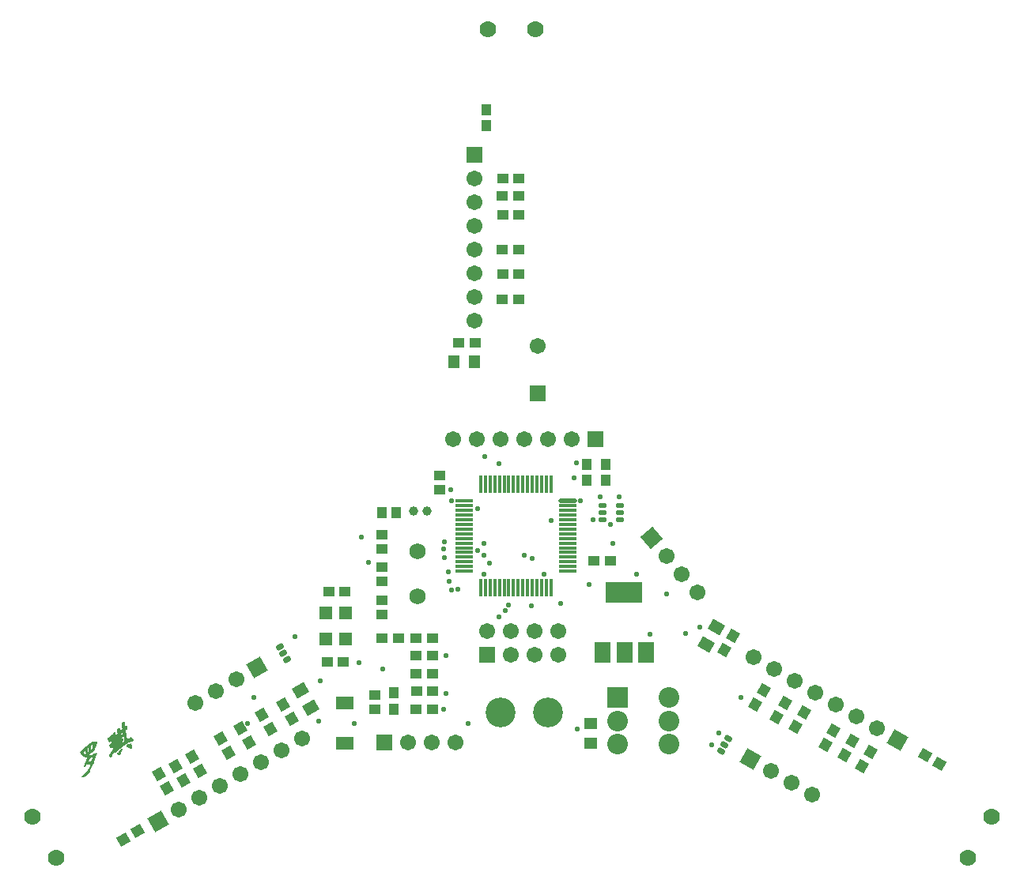
<source format=gts>
G04*
G04 #@! TF.GenerationSoftware,Altium Limited,Altium Designer,18.0.12 (696)*
G04*
G04 Layer_Color=8388736*
%FSLAX25Y25*%
%MOIN*%
G70*
G01*
G75*
%ADD40R,0.04600X0.04300*%
%ADD41R,0.05800X0.04800*%
%ADD42R,0.05800X0.05800*%
%ADD43R,0.06700X0.08700*%
%ADD44R,0.15800X0.08700*%
G04:AMPARAMS|DCode=45|XSize=46mil|YSize=43mil|CornerRadius=0mil|HoleSize=0mil|Usage=FLASHONLY|Rotation=60.000|XOffset=0mil|YOffset=0mil|HoleType=Round|Shape=Rectangle|*
%AMROTATEDRECTD45*
4,1,4,0.00712,-0.03067,-0.03012,-0.00917,-0.00712,0.03067,0.03012,0.00917,0.00712,-0.03067,0.0*
%
%ADD45ROTATEDRECTD45*%

G04:AMPARAMS|DCode=46|XSize=48mil|YSize=58mil|CornerRadius=0mil|HoleSize=0mil|Usage=FLASHONLY|Rotation=60.000|XOffset=0mil|YOffset=0mil|HoleType=Round|Shape=Rectangle|*
%AMROTATEDRECTD46*
4,1,4,0.01312,-0.03529,-0.03712,-0.00629,-0.01312,0.03529,0.03712,0.00629,0.01312,-0.03529,0.0*
%
%ADD46ROTATEDRECTD46*%

G04:AMPARAMS|DCode=47|XSize=46mil|YSize=43mil|CornerRadius=0mil|HoleSize=0mil|Usage=FLASHONLY|Rotation=300.000|XOffset=0mil|YOffset=0mil|HoleType=Round|Shape=Rectangle|*
%AMROTATEDRECTD47*
4,1,4,-0.03012,0.00917,0.00712,0.03067,0.03012,-0.00917,-0.00712,-0.03067,-0.03012,0.00917,0.0*
%
%ADD47ROTATEDRECTD47*%

G04:AMPARAMS|DCode=48|XSize=48mil|YSize=58mil|CornerRadius=0mil|HoleSize=0mil|Usage=FLASHONLY|Rotation=300.000|XOffset=0mil|YOffset=0mil|HoleType=Round|Shape=Rectangle|*
%AMROTATEDRECTD48*
4,1,4,-0.03712,0.00629,0.01312,0.03529,0.03712,-0.00629,-0.01312,-0.03529,-0.03712,0.00629,0.0*
%
%ADD48ROTATEDRECTD48*%

%ADD49R,0.04800X0.05800*%
%ADD50R,0.04300X0.04600*%
%ADD51R,0.04658X0.04461*%
%ADD52R,0.07800X0.05800*%
%ADD53R,0.04461X0.04658*%
G04:AMPARAMS|DCode=54|XSize=33mil|YSize=23mil|CornerRadius=7.75mil|HoleSize=0mil|Usage=FLASHONLY|Rotation=180.000|XOffset=0mil|YOffset=0mil|HoleType=Round|Shape=RoundedRectangle|*
%AMROUNDEDRECTD54*
21,1,0.03300,0.00750,0,0,180.0*
21,1,0.01750,0.02300,0,0,180.0*
1,1,0.01550,-0.00875,0.00375*
1,1,0.01550,0.00875,0.00375*
1,1,0.01550,0.00875,-0.00375*
1,1,0.01550,-0.00875,-0.00375*
%
%ADD54ROUNDEDRECTD54*%
G04:AMPARAMS|DCode=55|XSize=33mil|YSize=23mil|CornerRadius=7.75mil|HoleSize=0mil|Usage=FLASHONLY|Rotation=150.000|XOffset=0mil|YOffset=0mil|HoleType=Round|Shape=RoundedRectangle|*
%AMROUNDEDRECTD55*
21,1,0.03300,0.00750,0,0,150.0*
21,1,0.01750,0.02300,0,0,150.0*
1,1,0.01550,-0.00570,0.00762*
1,1,0.01550,0.00945,-0.00113*
1,1,0.01550,0.00570,-0.00762*
1,1,0.01550,-0.00945,0.00113*
%
%ADD55ROUNDEDRECTD55*%
G04:AMPARAMS|DCode=56|XSize=33mil|YSize=23mil|CornerRadius=7.75mil|HoleSize=0mil|Usage=FLASHONLY|Rotation=210.000|XOffset=0mil|YOffset=0mil|HoleType=Round|Shape=RoundedRectangle|*
%AMROUNDEDRECTD56*
21,1,0.03300,0.00750,0,0,210.0*
21,1,0.01750,0.02300,0,0,210.0*
1,1,0.01550,-0.00945,-0.00113*
1,1,0.01550,0.00570,0.00762*
1,1,0.01550,0.00945,0.00113*
1,1,0.01550,-0.00570,-0.00762*
%
%ADD56ROUNDEDRECTD56*%
%ADD57O,0.07487X0.01502*%
%ADD58O,0.01502X0.07487*%
%ADD59O,0.07887X0.01902*%
G04:AMPARAMS|DCode=60|XSize=46mil|YSize=43mil|CornerRadius=0mil|HoleSize=0mil|Usage=FLASHONLY|Rotation=150.000|XOffset=0mil|YOffset=0mil|HoleType=Round|Shape=Rectangle|*
%AMROTATEDRECTD60*
4,1,4,0.03067,0.00712,0.00917,-0.03012,-0.03067,-0.00712,-0.00917,0.03012,0.03067,0.00712,0.0*
%
%ADD60ROTATEDRECTD60*%

G04:AMPARAMS|DCode=61|XSize=46mil|YSize=43mil|CornerRadius=0mil|HoleSize=0mil|Usage=FLASHONLY|Rotation=30.000|XOffset=0mil|YOffset=0mil|HoleType=Round|Shape=Rectangle|*
%AMROTATEDRECTD61*
4,1,4,-0.00917,-0.03012,-0.03067,0.00712,0.00917,0.03012,0.03067,-0.00712,-0.00917,-0.03012,0.0*
%
%ADD61ROTATEDRECTD61*%

%ADD62R,0.06706X0.06706*%
%ADD63C,0.06706*%
%ADD64C,0.03950*%
%ADD65P,0.09483X4X355.0*%
%ADD66P,0.09483X4X375.0*%
%ADD67P,0.09483X4X255.0*%
%ADD68R,0.08674X0.08674*%
%ADD69C,0.08674*%
%ADD70C,0.12611*%
%ADD71C,0.06800*%
%ADD72R,0.06706X0.06706*%
%ADD73C,0.07000*%
%ADD74C,0.02300*%
G36*
X72984Y88256D02*
X73052Y88248D01*
X73104Y88213D01*
X73151Y88160D01*
X73174Y88093D01*
X73176Y88062D01*
X73179Y88000D01*
X73180Y87888D01*
X73144Y87756D01*
X73134Y87718D01*
X73131Y87668D01*
X73117Y87580D01*
X73125Y87456D01*
X73127Y87313D01*
X73145Y87115D01*
X73172Y86874D01*
X73271Y86259D01*
X73278Y86247D01*
X73273Y86228D01*
X73296Y86160D01*
X73319Y86093D01*
X73320Y86063D01*
X73327Y86050D01*
X73339Y86057D01*
X73358Y86052D01*
X73418Y86087D01*
X73472Y86134D01*
X73537Y86187D01*
X73561Y86201D01*
X73602Y86241D01*
X73667Y86295D01*
X73775Y86357D01*
X73849Y86368D01*
X73923Y86379D01*
X73999Y86358D01*
X74082Y86326D01*
X74161Y86243D01*
X74219Y86116D01*
X74226Y86104D01*
X74242Y86049D01*
X74264Y85982D01*
X74289Y85884D01*
X74350Y85695D01*
X74374Y85597D01*
X74392Y85511D01*
X74399Y85499D01*
X74394Y85480D01*
X74405Y85406D01*
X74393Y85287D01*
X74339Y85160D01*
X74321Y85134D01*
X74275Y85075D01*
X74205Y85002D01*
X74111Y84916D01*
X74050Y84881D01*
X74021Y84848D01*
X73908Y84767D01*
X73766Y84653D01*
X73730Y84632D01*
X73652Y84571D01*
X73582Y84499D01*
X73565Y84473D01*
X73548Y84447D01*
X73555Y84435D01*
X73550Y84416D01*
X73559Y84373D01*
X73562Y84311D01*
X73573Y84237D01*
X73586Y84132D01*
X73612Y84003D01*
X73619Y83991D01*
X73623Y83929D01*
X73647Y83831D01*
X73673Y83702D01*
X73709Y83530D01*
X73753Y83315D01*
X73800Y83038D01*
X73869Y82725D01*
X73876Y82713D01*
X73878Y82682D01*
X73887Y82639D01*
X73902Y82584D01*
X73931Y82424D01*
X73968Y82221D01*
X74007Y81987D01*
X74045Y81753D01*
X74077Y81531D01*
X74102Y81321D01*
X74097Y81302D01*
X74113Y81247D01*
X74119Y81154D01*
X74124Y81061D01*
X74137Y80956D01*
X74154Y80870D01*
X74153Y80789D01*
X74162Y80746D01*
X74169Y80734D01*
X74164Y80715D01*
X74166Y80684D01*
X74173Y80672D01*
X74617Y80929D01*
X74682Y80983D01*
X74779Y81038D01*
X74880Y81113D01*
X75082Y81262D01*
X75094Y81269D01*
X75124Y81302D01*
X75177Y81348D01*
X75230Y81395D01*
X75367Y81490D01*
X75432Y81544D01*
X75516Y81593D01*
X75583Y81615D01*
X75682Y81640D01*
X75781Y81633D01*
X75800Y81628D01*
X75838Y81618D01*
X75883Y81596D01*
X75947Y81569D01*
X76018Y81529D01*
X76107Y81485D01*
X76211Y81417D01*
X76230Y81411D01*
X76263Y81382D01*
X76315Y81348D01*
X76380Y81290D01*
X76519Y81161D01*
X76584Y81103D01*
X76633Y81019D01*
X76640Y81007D01*
X76654Y80983D01*
X76674Y80947D01*
X76697Y80880D01*
X76727Y80801D01*
X76751Y80703D01*
X76783Y80593D01*
X76809Y80464D01*
X76816Y80452D01*
X76813Y80402D01*
X76817Y80340D01*
X76820Y80278D01*
X76800Y80202D01*
X76768Y80119D01*
X76716Y80042D01*
X76639Y79981D01*
X76555Y79932D01*
X76500Y79917D01*
X76354Y79864D01*
X76182Y79829D01*
X76170Y79822D01*
X76139Y79820D01*
X76065Y79810D01*
X75967Y79785D01*
X75833Y79740D01*
X75644Y79679D01*
X75534Y79647D01*
X75419Y79597D01*
X75284Y79551D01*
X75145Y79487D01*
X75109Y79466D01*
X75066Y79457D01*
X75018Y79430D01*
X74872Y79377D01*
X74697Y79292D01*
X74491Y79205D01*
X74291Y79106D01*
X74092Y79007D01*
X73768Y78820D01*
X73654Y78738D01*
X73505Y78636D01*
X73332Y78520D01*
X73153Y78385D01*
X72939Y78229D01*
X72915Y78215D01*
X72886Y78182D01*
X72837Y78155D01*
X72724Y78073D01*
X72582Y77959D01*
X72422Y77819D01*
X72232Y77677D01*
X71848Y77343D01*
X71824Y77329D01*
X71759Y77275D01*
X71664Y77189D01*
X71546Y77088D01*
X71415Y76981D01*
X71266Y76879D01*
X71136Y76771D01*
X70998Y76676D01*
X70938Y76641D01*
X70873Y76588D01*
X70784Y76520D01*
X70678Y76427D01*
X70552Y76338D01*
X70417Y76212D01*
X70281Y76086D01*
X70257Y76072D01*
X70223Y76020D01*
X70146Y75960D01*
X70071Y75868D01*
X69889Y75683D01*
X69809Y75573D01*
X69733Y75481D01*
X69721Y75474D01*
X69704Y75448D01*
X69663Y75408D01*
X69629Y75357D01*
X69529Y75251D01*
X69404Y75163D01*
X69380Y75149D01*
X69299Y75150D01*
X69261Y75160D01*
X69197Y75188D01*
X69139Y75234D01*
X69078Y75311D01*
X69071Y75323D01*
X69057Y75347D01*
X68990Y75436D01*
X68929Y75513D01*
X68915Y75538D01*
X68908Y75550D01*
X68903Y75531D01*
X68118Y74420D01*
X68101Y74394D01*
X68068Y74311D01*
X68014Y74184D01*
X67954Y74037D01*
X67806Y73711D01*
X67753Y73553D01*
X67699Y73425D01*
X67694Y73406D01*
X67677Y73380D01*
X67649Y73316D01*
X67615Y73264D01*
X67525Y73116D01*
X67459Y73062D01*
X67394Y73009D01*
X67382Y73002D01*
X67351Y73000D01*
X67308Y72991D01*
X67251Y73006D01*
X67163Y73020D01*
X67074Y73064D01*
X66951Y73137D01*
X66820Y73254D01*
X66806Y73278D01*
X66766Y73319D01*
X66701Y73377D01*
X66633Y73467D01*
X66479Y73650D01*
X66430Y73734D01*
X66401Y73813D01*
X66394Y73825D01*
X66399Y73844D01*
X66402Y73894D01*
X66417Y73951D01*
X66438Y74027D01*
X66482Y74117D01*
X66538Y74213D01*
X66619Y74324D01*
X67230Y75125D01*
X67242Y75132D01*
X67264Y75177D01*
X67310Y75236D01*
X67369Y75302D01*
X67425Y75398D01*
X67500Y75490D01*
X67661Y75711D01*
X67822Y75932D01*
X67897Y76024D01*
X67954Y76120D01*
X68017Y76205D01*
X68063Y76264D01*
X68085Y76309D01*
X68103Y76335D01*
X68108Y76353D01*
X68106Y76384D01*
X68109Y76434D01*
X68117Y76503D01*
X68105Y76608D01*
X68102Y76751D01*
X68086Y76918D01*
X68084Y76949D01*
X68088Y76999D01*
X68070Y77085D01*
X68057Y77190D01*
X68052Y77283D01*
X68039Y77388D01*
X68029Y77462D01*
X68020Y77505D01*
X68013Y77517D01*
X68011Y77548D01*
X67992Y77553D01*
X67973Y77558D01*
X67961Y77551D01*
X67932Y77518D01*
X67915Y77492D01*
X67869Y77434D01*
X67822Y77375D01*
X67759Y77290D01*
X67747Y77283D01*
X67730Y77257D01*
X67689Y77218D01*
X67655Y77166D01*
X67555Y77060D01*
X67514Y77021D01*
X67454Y76986D01*
X67423Y76984D01*
X67368Y76968D01*
X67299Y76977D01*
X67216Y77009D01*
X67132Y77072D01*
X67026Y77171D01*
X66924Y77321D01*
X66910Y77345D01*
X66875Y77405D01*
X66827Y77489D01*
X66764Y77597D01*
X66657Y77840D01*
X66606Y77955D01*
X66581Y78053D01*
X66575Y78065D01*
X66573Y78096D01*
X66576Y78146D01*
X66591Y78203D01*
X66611Y78278D01*
X66651Y78349D01*
X66702Y78427D01*
X66791Y78494D01*
X66803Y78501D01*
X66833Y78534D01*
X66893Y78569D01*
X66958Y78623D01*
X67035Y78683D01*
X67117Y78763D01*
X67325Y78931D01*
X67337Y78938D01*
X67366Y78970D01*
X67419Y79017D01*
X67472Y79064D01*
X67584Y79176D01*
X67632Y79204D01*
X67649Y79230D01*
X67661Y79237D01*
X67659Y79268D01*
X67669Y79306D01*
X67665Y79368D01*
X67664Y79399D01*
X67650Y79423D01*
X67641Y79466D01*
X67637Y79528D01*
X67615Y79595D01*
X67590Y79693D01*
X67552Y79815D01*
X67545Y79827D01*
X67536Y79870D01*
X67520Y79925D01*
X67509Y79999D01*
X67487Y80066D01*
X67464Y80133D01*
X67455Y80176D01*
X67441Y80200D01*
X67434Y80212D01*
X67422Y80205D01*
X67393Y80172D01*
X67364Y80139D01*
X67318Y80081D01*
X67306Y80074D01*
X67301Y80055D01*
X67231Y79982D01*
X67167Y79897D01*
X67099Y79794D01*
X67094Y79775D01*
X67041Y79728D01*
X66982Y79663D01*
X66881Y79588D01*
X66857Y79574D01*
X66790Y79552D01*
X66697Y79546D01*
X66602Y79571D01*
X66576Y79588D01*
X66562Y79612D01*
X66523Y79654D01*
X66488Y79714D01*
X66434Y79779D01*
X66379Y79875D01*
X66309Y79995D01*
X66303Y80007D01*
X66275Y80055D01*
X66252Y80122D01*
X66210Y80194D01*
X66132Y80358D01*
X66084Y80442D01*
X66049Y80502D01*
X66042Y80514D01*
X66035Y80526D01*
X66005Y80605D01*
X65962Y80708D01*
X65924Y80830D01*
X65917Y80842D01*
X65922Y80861D01*
X65923Y80942D01*
X65930Y81042D01*
X65984Y81170D01*
X65996Y81177D01*
X66001Y81196D01*
X66030Y81228D01*
X66064Y81280D01*
X66171Y81374D01*
X66320Y81476D01*
X66368Y81504D01*
X66421Y81550D01*
X66511Y81618D01*
X66612Y81692D01*
X66747Y81819D01*
X66907Y81959D01*
X67095Y82132D01*
X67119Y82146D01*
X67154Y82197D01*
X67236Y82277D01*
X67342Y82371D01*
X67454Y82483D01*
X67589Y82609D01*
X67730Y82754D01*
X67882Y82907D01*
X68182Y83192D01*
X68330Y83325D01*
X68465Y83451D01*
X68583Y83552D01*
X68690Y83645D01*
X68760Y83718D01*
X68856Y83773D01*
X68942Y83791D01*
X68992Y83788D01*
X69037Y83766D01*
X69089Y83732D01*
X69142Y83666D01*
X69149Y83654D01*
X69163Y83630D01*
X69191Y83582D01*
X69214Y83515D01*
X69250Y83424D01*
X69294Y83321D01*
X69320Y83192D01*
X69360Y83039D01*
X69367Y83027D01*
X69362Y83008D01*
X69380Y82922D01*
X69387Y82798D01*
X69397Y82643D01*
X69386Y82526D01*
X69402Y82550D01*
X69436Y82602D01*
X69490Y82649D01*
X69548Y82714D01*
X69637Y82782D01*
X69743Y82875D01*
X69755Y82882D01*
X69797Y82922D01*
X69845Y82950D01*
X69910Y83003D01*
X69975Y83057D01*
X70028Y83104D01*
X70069Y83144D01*
X70086Y83170D01*
X70091Y83188D01*
X70083Y83232D01*
X70079Y83293D01*
X70061Y83379D01*
X70035Y83508D01*
X70012Y83687D01*
X69980Y83797D01*
X69961Y83914D01*
X69850Y84412D01*
X69843Y84424D01*
X69841Y84455D01*
X69826Y84509D01*
X69822Y84571D01*
X69813Y84726D01*
X69821Y84795D01*
X69841Y84871D01*
X69853Y84878D01*
X69858Y84897D01*
X69903Y84987D01*
X70002Y85092D01*
X70151Y85194D01*
X70248Y85250D01*
X70327Y85280D01*
X70406Y85309D01*
X70509Y85353D01*
X70760Y85417D01*
X70772Y85424D01*
X70815Y85433D01*
X70877Y85437D01*
X70946Y85429D01*
X71021Y85408D01*
X71099Y85357D01*
X71153Y85292D01*
X71184Y85182D01*
X71179Y85163D01*
X71195Y85108D01*
X71201Y85015D01*
X71194Y84915D01*
X71196Y84884D01*
X71188Y84815D01*
X71202Y84679D01*
X71213Y84605D01*
X71225Y84500D01*
X71232Y84488D01*
X71234Y84457D01*
X71252Y84371D01*
X71269Y84285D01*
X71271Y84254D01*
X71266Y84235D01*
X71278Y84242D01*
X71307Y84275D01*
X71360Y84322D01*
X71402Y84362D01*
X71455Y84408D01*
X71520Y84462D01*
X71597Y84523D01*
X71691Y84609D01*
X71798Y84702D01*
X71916Y84803D01*
X72052Y84929D01*
X72063Y84936D01*
X72081Y84962D01*
X72103Y85007D01*
X72118Y85064D01*
X72116Y85095D01*
X72114Y85126D01*
X72118Y85176D01*
X72107Y85250D01*
X72094Y85355D01*
X72073Y85502D01*
X72045Y85663D01*
X72043Y85694D01*
X72032Y85768D01*
X72013Y85884D01*
X71984Y86045D01*
X71940Y86260D01*
X71907Y86512D01*
X71857Y86820D01*
X71787Y87164D01*
X71780Y87176D01*
X71778Y87207D01*
X71774Y87269D01*
X71771Y87331D01*
X71773Y87493D01*
X71781Y87562D01*
X71814Y87645D01*
X71826Y87652D01*
X71831Y87671D01*
X71853Y87716D01*
X71887Y87767D01*
X71999Y87880D01*
X72160Y87989D01*
X72304Y88072D01*
X72462Y88131D01*
X72633Y88198D01*
X72810Y88252D01*
X72903Y88257D01*
X72984Y88256D01*
D02*
G37*
G36*
X75700Y78942D02*
X75788Y78929D01*
X75878Y78884D01*
X75911Y78855D01*
X75951Y78814D01*
X75964Y78790D01*
X75987Y78723D01*
X76038Y78608D01*
X76073Y78436D01*
X76080Y78424D01*
X76082Y78393D01*
X76090Y78350D01*
X76106Y78295D01*
X76145Y78173D01*
X76190Y78039D01*
X76197Y78027D01*
X76204Y78015D01*
X76233Y77936D01*
X76277Y77833D01*
X76310Y77692D01*
X76317Y77680D01*
X76312Y77661D01*
X76328Y77605D01*
X76320Y77537D01*
X76318Y77456D01*
X76312Y77356D01*
X76300Y77237D01*
X76284Y77099D01*
X76279Y77080D01*
X76268Y77042D01*
X76260Y76973D01*
X76240Y76898D01*
X76207Y76815D01*
X76175Y76732D01*
X76129Y76673D01*
X76076Y76626D01*
X76052Y76613D01*
X75978Y76602D01*
X75928Y76605D01*
X75859Y76613D01*
X75795Y76641D01*
X75705Y76685D01*
X75698Y76697D01*
X75661Y76707D01*
X75609Y76741D01*
X75531Y76793D01*
X75422Y76842D01*
X75288Y76909D01*
X75127Y76992D01*
X74936Y77074D01*
X74910Y77091D01*
X74846Y77119D01*
X74744Y77156D01*
X74629Y77217D01*
X74494Y77284D01*
X74348Y77344D01*
X74225Y77417D01*
X74102Y77491D01*
X74095Y77503D01*
X74050Y77525D01*
X74011Y77566D01*
X73952Y77612D01*
X73845Y77742D01*
X73803Y77815D01*
X73773Y77894D01*
X73766Y77906D01*
X73765Y77937D01*
X73759Y78030D01*
X73771Y78149D01*
X73818Y78288D01*
X73830Y78295D01*
X73835Y78314D01*
X73899Y78399D01*
X73993Y78485D01*
X74060Y78508D01*
X74139Y78537D01*
X74151Y78544D01*
X74194Y78553D01*
X74280Y78571D01*
X74378Y78595D01*
X74488Y78627D01*
X74622Y78672D01*
X74787Y78719D01*
X74957Y78786D01*
X74981Y78799D01*
X75036Y78815D01*
X75116Y78845D01*
X75226Y78876D01*
X75465Y78934D01*
X75570Y78947D01*
X75662Y78952D01*
X75674Y78959D01*
X75700Y78942D01*
D02*
G37*
G36*
X71946Y76951D02*
X72003Y76935D01*
X72049Y76882D01*
X72086Y76791D01*
X72093Y76779D01*
X72095Y76748D01*
X72098Y76686D01*
X72097Y76605D01*
X72098Y76493D01*
X72091Y76394D01*
X72075Y76256D01*
X72039Y76123D01*
X72034Y76104D01*
X72024Y76066D01*
X71991Y75983D01*
X71966Y75889D01*
X71918Y75749D01*
X71864Y75621D01*
X71787Y75449D01*
X71704Y75288D01*
X71698Y75269D01*
X71664Y75217D01*
X71620Y75128D01*
X71570Y75019D01*
X71456Y74745D01*
X71409Y74605D01*
X71361Y74466D01*
X71356Y74447D01*
X71346Y74409D01*
X71319Y74345D01*
X71286Y74262D01*
X71203Y74102D01*
X71132Y74029D01*
X71067Y73975D01*
X71055Y73968D01*
X71024Y73966D01*
X70981Y73958D01*
X70907Y73947D01*
X70807Y73953D01*
X70682Y73977D01*
X70535Y74037D01*
X70350Y74106D01*
X70325Y74124D01*
X70261Y74151D01*
X70183Y74202D01*
X70086Y74258D01*
X69983Y74327D01*
X69891Y74402D01*
X69819Y74472D01*
X69789Y74551D01*
X69782Y74563D01*
X69787Y74582D01*
X69782Y74675D01*
X69788Y74775D01*
X69822Y74827D01*
X69844Y74872D01*
X69862Y74898D01*
X69915Y74945D01*
X69992Y75005D01*
X70160Y75102D01*
X70218Y75168D01*
X70313Y75254D01*
X70436Y75374D01*
X70570Y75531D01*
X70737Y75740D01*
X70927Y75994D01*
X70939Y76001D01*
X70957Y76027D01*
X70979Y76072D01*
X71020Y76112D01*
X71105Y76241D01*
X71227Y76391D01*
X71349Y76542D01*
X71482Y76699D01*
X71605Y76818D01*
X71707Y76893D01*
X71755Y76921D01*
X71810Y76936D01*
X71877Y76959D01*
X71946Y76951D01*
D02*
G37*
G36*
X60617Y79834D02*
X60679Y79838D01*
X60829Y79828D01*
X61009Y79820D01*
X61185Y79793D01*
X61344Y79741D01*
X61408Y79713D01*
X61466Y79667D01*
X61506Y79626D01*
X61522Y79571D01*
X61529Y79559D01*
X61519Y79521D01*
X61522Y79459D01*
X61504Y79352D01*
X61475Y79208D01*
X61431Y79006D01*
X61358Y78772D01*
X61318Y78620D01*
X61265Y78461D01*
X61253Y78454D01*
X61255Y78423D01*
X61217Y78321D01*
X61153Y78156D01*
X61090Y77959D01*
X61010Y77737D01*
X60918Y77508D01*
X60807Y77283D01*
X60720Y77073D01*
X60715Y77054D01*
X60681Y77002D01*
X60637Y76912D01*
X60592Y76823D01*
X60543Y76714D01*
X60498Y76624D01*
X60466Y76542D01*
X60444Y76497D01*
X60439Y76478D01*
X60436Y76428D01*
X60429Y76328D01*
X60433Y76266D01*
X60432Y76185D01*
X60439Y76173D01*
X60434Y76154D01*
X60411Y76109D01*
X60396Y76052D01*
X60369Y75988D01*
X60311Y75923D01*
X60240Y75850D01*
X60139Y75776D01*
X60055Y75727D01*
X60002Y75680D01*
X59833Y75583D01*
X59643Y75441D01*
X59421Y75297D01*
X59188Y75147D01*
X58961Y74984D01*
X58747Y74828D01*
X58723Y74814D01*
X58670Y74767D01*
X58574Y74712D01*
X58472Y74637D01*
X58371Y74563D01*
X58282Y74495D01*
X58210Y74453D01*
X58169Y74414D01*
X58121Y74386D01*
X58140Y74381D01*
X58166Y74364D01*
X58210Y74341D01*
X58269Y74295D01*
X58335Y74237D01*
X58342Y74225D01*
X58368Y74208D01*
X58400Y74179D01*
X58440Y74138D01*
X58534Y74031D01*
X58603Y73911D01*
X58617Y73887D01*
X58645Y73839D01*
X58660Y73784D01*
X58667Y73772D01*
X58674Y73760D01*
X58867Y73871D01*
X58920Y73918D01*
X58992Y73959D01*
X59069Y74020D01*
X59170Y74094D01*
X59289Y74195D01*
X59301Y74202D01*
X59342Y74242D01*
X59407Y74295D01*
X59496Y74363D01*
X59682Y74486D01*
X59783Y74560D01*
X59939Y74651D01*
X60030Y74687D01*
X60133Y74731D01*
X60260Y74788D01*
X60419Y74847D01*
X60615Y74896D01*
X60811Y74945D01*
X60842Y74947D01*
X60897Y74963D01*
X60990Y74968D01*
X61095Y74981D01*
X61213Y74970D01*
X61308Y74944D01*
X61386Y74893D01*
X61407Y74857D01*
X61422Y74802D01*
X61430Y74790D01*
X61431Y74759D01*
X61428Y74709D01*
X61439Y74635D01*
X61418Y74559D01*
X61405Y74471D01*
X61373Y74388D01*
X61316Y74292D01*
X61304Y74285D01*
X61294Y74247D01*
X61260Y74195D01*
X61209Y74117D01*
X61152Y74021D01*
X61098Y73893D01*
X61038Y73746D01*
X60961Y73574D01*
X60956Y73555D01*
X60929Y73491D01*
X60897Y73408D01*
X60854Y73288D01*
X60752Y73020D01*
X60698Y72893D01*
X60650Y72753D01*
X60645Y72734D01*
X60625Y72658D01*
X60601Y72532D01*
X60561Y72381D01*
X60510Y72191D01*
X60449Y71964D01*
X60383Y71717D01*
X60293Y71457D01*
X60192Y71158D01*
X60085Y70872D01*
X59961Y70560D01*
X59837Y70248D01*
X59674Y69946D01*
X59524Y69651D01*
X59355Y69361D01*
X59167Y69076D01*
X59150Y69050D01*
X59116Y68998D01*
X59071Y68909D01*
X59003Y68805D01*
X58924Y68663D01*
X58858Y68529D01*
X58779Y68387D01*
X58719Y68241D01*
X58714Y68222D01*
X58692Y68177D01*
X58672Y68101D01*
X58659Y68013D01*
X58598Y67786D01*
X58582Y67536D01*
X58588Y67524D01*
X58585Y67474D01*
X58577Y67405D01*
X58569Y67336D01*
X58525Y67134D01*
X58487Y67033D01*
X58438Y66924D01*
X58426Y66917D01*
X58404Y66872D01*
X58345Y66807D01*
X58277Y66703D01*
X58161Y66572D01*
X58015Y66407D01*
X57928Y66309D01*
X57828Y66203D01*
X57717Y66091D01*
X57593Y65972D01*
X57581Y65965D01*
X57564Y65939D01*
X57535Y65906D01*
X57482Y65859D01*
X57417Y65806D01*
X57358Y65740D01*
X57199Y65600D01*
X57016Y65446D01*
X56832Y65292D01*
X56642Y65150D01*
X56468Y65034D01*
X56396Y64992D01*
X56293Y64948D01*
X56178Y64898D01*
X56039Y64834D01*
X55880Y64775D01*
X55703Y64720D01*
X55519Y64678D01*
X55501Y64683D01*
X55445Y64667D01*
X55352Y64662D01*
X55260Y64656D01*
X55160Y64663D01*
X55077Y64695D01*
X54999Y64746D01*
X54957Y64819D01*
X54951Y64831D01*
X54949Y64862D01*
X54959Y64899D01*
X54979Y64975D01*
X55006Y65039D01*
X55051Y65129D01*
X55126Y65220D01*
X55226Y65326D01*
X55238Y65333D01*
X55279Y65373D01*
X55349Y65445D01*
X55431Y65525D01*
X55531Y65630D01*
X55654Y65750D01*
X55778Y65869D01*
X55918Y66014D01*
X56223Y66319D01*
X56545Y66649D01*
X56850Y66953D01*
X56984Y67110D01*
X57112Y67249D01*
X57125Y67256D01*
X57142Y67282D01*
X57183Y67321D01*
X57217Y67373D01*
X57275Y67439D01*
X57339Y67523D01*
X57494Y67726D01*
X57672Y67973D01*
X57848Y68251D01*
X58035Y68566D01*
X58214Y68894D01*
X58219Y68913D01*
X58236Y68939D01*
X58258Y68984D01*
X58285Y69048D01*
X58345Y69195D01*
X58434Y69374D01*
X58504Y69559D01*
X58580Y69731D01*
X58608Y69795D01*
X58616Y69864D01*
X58638Y69909D01*
X58636Y69940D01*
X58629Y69952D01*
X58603Y69969D01*
X58533Y70008D01*
X58476Y70023D01*
X58400Y70043D01*
X58381Y70049D01*
X58305Y70069D01*
X58198Y70087D01*
X58065Y70123D01*
X57914Y70164D01*
X57748Y70228D01*
X57595Y70300D01*
X57446Y70390D01*
X57427Y70396D01*
X57388Y70437D01*
X57331Y70452D01*
X57300Y70450D01*
X57288Y70443D01*
X57283Y70424D01*
X57253Y70391D01*
X57231Y70346D01*
X57192Y70276D01*
X57136Y70179D01*
X57069Y70044D01*
X57064Y70025D01*
X57042Y69981D01*
X57003Y69910D01*
X56951Y69832D01*
X56850Y69646D01*
X56799Y69568D01*
X56748Y69490D01*
X56736Y69484D01*
X56731Y69464D01*
X56673Y69399D01*
X56578Y69312D01*
X56453Y69224D01*
X56369Y69175D01*
X56278Y69139D01*
X56168Y69107D01*
X56058Y69076D01*
X55965Y69070D01*
X55894Y69110D01*
X55854Y69151D01*
X55845Y69194D01*
X55850Y69213D01*
X55840Y69287D01*
X55870Y69400D01*
X55891Y69476D01*
X55923Y69559D01*
X55928Y69578D01*
X55945Y69604D01*
X55967Y69649D01*
X55988Y69725D01*
X56057Y69909D01*
X56149Y70139D01*
X56257Y70425D01*
X56374Y70749D01*
X56496Y71092D01*
X56624Y71454D01*
X56756Y71835D01*
X56872Y72190D01*
X56994Y72534D01*
X57093Y72863D01*
X57169Y73147D01*
X57235Y73394D01*
X57253Y73501D01*
X57267Y73588D01*
X57256Y73662D01*
X57259Y73712D01*
X57254Y73693D01*
X57249Y73674D01*
X57189Y73640D01*
X57160Y73607D01*
X57131Y73574D01*
X57078Y73527D01*
X57019Y73462D01*
X56956Y73377D01*
X56944Y73370D01*
X56915Y73337D01*
X56874Y73298D01*
X56821Y73251D01*
X56697Y73131D01*
X56560Y73036D01*
X56536Y73022D01*
X56462Y73011D01*
X56412Y73015D01*
X56348Y73042D01*
X56296Y73076D01*
X56243Y73141D01*
X56236Y73153D01*
X56210Y73171D01*
X56163Y73224D01*
X56116Y73277D01*
X56032Y73340D01*
X55921Y73421D01*
X55799Y73494D01*
X55638Y73578D01*
X55619Y73583D01*
X55567Y73617D01*
X55471Y73673D01*
X55367Y73742D01*
X55243Y73846D01*
X55111Y73963D01*
X54966Y74103D01*
X54826Y74263D01*
X54819Y74275D01*
X54812Y74287D01*
X54765Y74340D01*
X54710Y74436D01*
X54628Y74549D01*
X54545Y74694D01*
X54474Y74845D01*
X54415Y75003D01*
X54374Y75156D01*
X54379Y75175D01*
X54364Y75230D01*
X54372Y75299D01*
X54366Y75392D01*
X54392Y75487D01*
X54441Y75595D01*
X54510Y75699D01*
X54604Y75785D01*
X54616Y75792D01*
X54657Y75832D01*
X54729Y75874D01*
X54799Y75946D01*
X54901Y76021D01*
X55007Y76114D01*
X55249Y76334D01*
X55273Y76348D01*
X55290Y76374D01*
X55319Y76407D01*
X55360Y76446D01*
X55426Y76500D01*
X55503Y76561D01*
X55585Y76640D01*
X55691Y76734D01*
X55810Y76834D01*
X55957Y76967D01*
X56112Y77088D01*
X56288Y77255D01*
X56496Y77422D01*
X56720Y77616D01*
X56969Y77824D01*
X56981Y77831D01*
X57034Y77878D01*
X57099Y77931D01*
X57194Y78018D01*
X57300Y78111D01*
X57418Y78212D01*
X57691Y78433D01*
X57969Y78674D01*
X58099Y78781D01*
X58230Y78888D01*
X58336Y78982D01*
X58437Y79056D01*
X58514Y79117D01*
X58556Y79157D01*
X58568Y79164D01*
X58585Y79190D01*
X58621Y79210D01*
X58662Y79250D01*
X58787Y79339D01*
X59040Y79484D01*
X59107Y79507D01*
X59186Y79537D01*
X59380Y79617D01*
X59624Y79694D01*
X59887Y79765D01*
X60195Y79815D01*
X60536Y79835D01*
X60548Y79842D01*
X60579Y79844D01*
X60617Y79834D01*
D02*
G37*
%LPC*%
G36*
X72319Y83577D02*
X72302Y83551D01*
X72278Y83537D01*
X72249Y83504D01*
X72203Y83446D01*
X72144Y83380D01*
X72132Y83373D01*
X72115Y83347D01*
X72074Y83307D01*
X72033Y83268D01*
X71891Y83153D01*
X71743Y83020D01*
X71707Y82999D01*
X71630Y82939D01*
X71541Y82871D01*
X71524Y82845D01*
X71500Y82832D01*
X71501Y82801D01*
X71498Y82751D01*
X71485Y82663D01*
X71480Y82644D01*
X71495Y82589D01*
X71492Y82539D01*
X71494Y82508D01*
X71489Y82489D01*
X71501Y82496D01*
X71518Y82522D01*
X71554Y82543D01*
X71583Y82575D01*
X71636Y82622D01*
X71649Y82629D01*
X71666Y82655D01*
X71702Y82676D01*
X71755Y82722D01*
X71820Y82776D01*
X71892Y82818D01*
X72078Y82941D01*
X72114Y82962D01*
X72176Y82965D01*
X72225Y82962D01*
X72289Y82935D01*
X72343Y82870D01*
X72405Y82762D01*
X72446Y82608D01*
X72448Y82578D01*
X72463Y82522D01*
X72464Y82411D01*
X72471Y82287D01*
X72455Y82149D01*
X72414Y81997D01*
X72347Y81862D01*
X72243Y81738D01*
X72231Y81731D01*
X72190Y81691D01*
X72132Y81626D01*
X72061Y81553D01*
X71921Y81408D01*
X71851Y81335D01*
X71804Y81277D01*
X71787Y81251D01*
X71765Y81206D01*
X71731Y81154D01*
X71723Y81085D01*
X71724Y81054D01*
X71740Y80999D01*
X71756Y80944D01*
X71751Y80925D01*
X71758Y80913D01*
X71806Y80941D01*
X71859Y80988D01*
X71883Y81001D01*
X71936Y81048D01*
X72225Y81215D01*
X72304Y81244D01*
X72397Y81250D01*
X72490Y81255D01*
X72572Y81223D01*
X72645Y81153D01*
X72680Y81093D01*
X72702Y81026D01*
X72704Y80995D01*
X72710Y80902D01*
X72712Y80759D01*
X72687Y80552D01*
X72682Y80533D01*
X72672Y80495D01*
X72657Y80438D01*
X72624Y80356D01*
X72580Y80266D01*
X72512Y80162D01*
X72424Y80064D01*
X72313Y79951D01*
X72301Y79944D01*
X72260Y79905D01*
X72214Y79846D01*
X72162Y79768D01*
X72118Y79678D01*
X72080Y79577D01*
X72069Y79458D01*
X72076Y79334D01*
X72083Y79322D01*
X72078Y79303D01*
X72082Y79241D01*
X72090Y79186D01*
X72139Y79226D01*
X72221Y79305D01*
X72328Y79399D01*
X72453Y79487D01*
X72559Y79581D01*
X72660Y79655D01*
X72737Y79716D01*
X72774Y79737D01*
X72832Y79802D01*
X72902Y79875D01*
X72931Y79908D01*
X72941Y79946D01*
X72946Y79965D01*
X72945Y79996D01*
X72941Y80058D01*
X72942Y80138D01*
X72942Y80250D01*
X72927Y80386D01*
X72911Y80553D01*
X72909Y80584D01*
X72905Y80646D01*
X72886Y80763D01*
X72858Y80923D01*
X72828Y81114D01*
X72789Y81348D01*
X72741Y81625D01*
X72680Y81926D01*
X72349Y83498D01*
X72342Y83510D01*
X72340Y83541D01*
X72326Y83565D01*
X72319Y83577D01*
D02*
G37*
G36*
X59218Y78593D02*
X59157Y78559D01*
X59140Y78533D01*
X59130Y78495D01*
X59125Y78476D01*
X59120Y78457D01*
X59117Y78407D01*
X59089Y78343D01*
X59071Y78236D01*
X59048Y78110D01*
X59021Y77935D01*
X59016Y77916D01*
X59007Y77847D01*
X58982Y77752D01*
X58970Y77633D01*
X58942Y77488D01*
X58927Y77320D01*
X58891Y76994D01*
X58886Y76975D01*
X58882Y76925D01*
X58886Y76863D01*
X58873Y76775D01*
X58877Y76601D01*
X58869Y76533D01*
X58870Y76502D01*
X58877Y76490D01*
X58872Y76471D01*
X58879Y76459D01*
X58874Y76440D01*
X58910Y76460D01*
X58927Y76486D01*
X58975Y76514D01*
X59040Y76568D01*
X59130Y76635D01*
X59243Y76717D01*
X59255Y76724D01*
X59296Y76763D01*
X59354Y76829D01*
X59418Y76914D01*
X59486Y77017D01*
X59553Y77152D01*
X59605Y77311D01*
X59651Y77481D01*
X59656Y77500D01*
X59664Y77569D01*
X59678Y77657D01*
X59684Y77757D01*
X59707Y77995D01*
X59688Y78112D01*
X59682Y78205D01*
X59675Y78216D01*
X59674Y78247D01*
X59665Y78290D01*
X59637Y78339D01*
X59575Y78447D01*
X59528Y78500D01*
X59469Y78546D01*
X59462Y78558D01*
X59443Y78563D01*
X59367Y78584D01*
X59267Y78590D01*
X59218Y78593D01*
D02*
G37*
G36*
X57724Y77154D02*
X57693Y77152D01*
X57669Y77139D01*
X57640Y77106D01*
X57582Y77040D01*
X57570Y77033D01*
X57529Y76993D01*
X57500Y76960D01*
X57477Y76916D01*
X57484Y76903D01*
X57479Y76885D01*
X57481Y76854D01*
X57490Y76811D01*
X57494Y76749D01*
X57499Y76656D01*
X57500Y76544D01*
X57507Y76532D01*
X57503Y76482D01*
X57507Y76420D01*
X57518Y76346D01*
X57530Y76241D01*
X57531Y76129D01*
X57577Y75883D01*
X57584Y75871D01*
X57592Y75828D01*
X57601Y75785D01*
X57612Y75711D01*
X57631Y75594D01*
X57640Y75551D01*
X57654Y75527D01*
X57673Y75522D01*
X57704Y75524D01*
X57800Y75579D01*
X57841Y75619D01*
X57876Y75671D01*
X57881Y75690D01*
X57908Y75754D01*
X57923Y75810D01*
X57931Y75879D01*
X57938Y75979D01*
X57949Y76098D01*
X57955Y76117D01*
X57946Y76160D01*
X57954Y76229D01*
X57955Y76310D01*
X57949Y76515D01*
X57917Y76737D01*
X57910Y76749D01*
X57908Y76780D01*
X57900Y76823D01*
X57884Y76878D01*
X57846Y77000D01*
X57797Y77084D01*
X57790Y77096D01*
X57757Y77125D01*
X57724Y77154D01*
D02*
G37*
G36*
X56327Y75883D02*
X56310Y75857D01*
X56274Y75836D01*
X56245Y75803D01*
X56210Y75751D01*
X56164Y75692D01*
X56152Y75686D01*
X56135Y75660D01*
X56089Y75601D01*
X56025Y75516D01*
X56003Y75471D01*
X55993Y75433D01*
X55988Y75415D01*
X55990Y75384D01*
X55992Y75353D01*
X55996Y75291D01*
X56006Y75217D01*
X56024Y75131D01*
X56043Y75014D01*
X56050Y75002D01*
X56059Y74959D01*
X56075Y74904D01*
X56097Y74837D01*
X56145Y74672D01*
X56216Y74520D01*
X56223Y74508D01*
X56230Y74496D01*
X56277Y74443D01*
X56347Y74404D01*
X56390Y74413D01*
X56433Y74421D01*
X56505Y74463D01*
X56571Y74517D01*
X56653Y74596D01*
X56665Y74603D01*
X56670Y74622D01*
X56711Y74662D01*
X56764Y74709D01*
X56788Y74723D01*
X56786Y74753D01*
X56776Y74827D01*
X56767Y74871D01*
X56756Y74945D01*
X56749Y74957D01*
X56748Y74988D01*
X56739Y75030D01*
X56716Y75098D01*
X56686Y75177D01*
X56650Y75268D01*
X56606Y75371D01*
X56556Y75486D01*
X56549Y75498D01*
X56528Y75534D01*
X56512Y75589D01*
X56478Y75649D01*
X56436Y75721D01*
X56408Y75769D01*
X56381Y75817D01*
X56367Y75841D01*
X56360Y75854D01*
X56353Y75866D01*
X56346Y75877D01*
X56327Y75883D01*
D02*
G37*
G36*
X59276Y73162D02*
X59221Y73146D01*
X59130Y73110D01*
X59082Y73082D01*
X59029Y73035D01*
X58951Y72974D01*
X58857Y72888D01*
X58753Y72764D01*
X58612Y72618D01*
X58461Y72435D01*
X58444Y72409D01*
X58398Y72351D01*
X58311Y72252D01*
X58230Y72141D01*
X58035Y71868D01*
X57957Y71727D01*
X57883Y71604D01*
X57878Y71586D01*
X57861Y71560D01*
X57812Y71451D01*
X57762Y71342D01*
X57740Y71297D01*
X57735Y71278D01*
X57761Y71261D01*
X57792Y71263D01*
X57816Y71277D01*
X57859Y71286D01*
X57883Y71300D01*
X57950Y71322D01*
X58072Y71361D01*
X58218Y71413D01*
X58407Y71474D01*
X58627Y71537D01*
X58866Y71595D01*
X59143Y71643D01*
X59155Y71650D01*
X59174Y71645D01*
X59205Y71646D01*
X59217Y71653D01*
X59223Y71672D01*
X59240Y71698D01*
X59262Y71743D01*
X59282Y71819D01*
X59301Y71926D01*
X59336Y72058D01*
X59368Y72253D01*
X59373Y72272D01*
X59381Y72341D01*
X59400Y72448D01*
X59411Y72567D01*
X59433Y72835D01*
X59432Y72947D01*
X59426Y73040D01*
X59420Y73052D01*
X59412Y73064D01*
X59371Y73136D01*
X59333Y73147D01*
X59276Y73162D01*
D02*
G37*
%LPD*%
D40*
X277900Y156000D02*
D03*
X271000D02*
D03*
X158500Y113500D02*
D03*
X165400D02*
D03*
X159100Y143000D02*
D03*
X166000D02*
D03*
X239267Y266500D02*
D03*
X232367D02*
D03*
X239400Y277000D02*
D03*
X232500D02*
D03*
X232367Y310000D02*
D03*
X239267D02*
D03*
X214000Y248000D02*
D03*
X220900D02*
D03*
X239267Y287500D02*
D03*
X232367D02*
D03*
X239400Y302000D02*
D03*
X232500D02*
D03*
X239400Y317500D02*
D03*
X232500D02*
D03*
X181600Y123500D02*
D03*
X188500D02*
D03*
X202900Y93500D02*
D03*
X196000D02*
D03*
X196100Y101000D02*
D03*
X203000D02*
D03*
X202900Y108500D02*
D03*
X196000D02*
D03*
X202900Y116000D02*
D03*
X196000D02*
D03*
X202900Y123500D02*
D03*
X196000D02*
D03*
D41*
X269500Y79000D02*
D03*
Y87500D02*
D03*
D42*
X166270Y122990D02*
D03*
X158000Y123000D02*
D03*
X166270Y133990D02*
D03*
X158000Y134000D02*
D03*
D43*
X283755Y117500D02*
D03*
X274700D02*
D03*
X292810D02*
D03*
D44*
X283688Y142854D02*
D03*
D45*
X356000Y86000D02*
D03*
X359450Y91976D02*
D03*
X348000Y90000D02*
D03*
X351450Y95976D02*
D03*
X368500Y78500D02*
D03*
X371950Y84476D02*
D03*
X384050Y69524D02*
D03*
X387500Y75500D02*
D03*
X339000Y95500D02*
D03*
X342450Y101476D02*
D03*
X379950Y79976D02*
D03*
X376500Y74000D02*
D03*
X329500Y124500D02*
D03*
X326050Y118524D02*
D03*
D46*
X322500Y128000D02*
D03*
X318250Y120639D02*
D03*
D47*
X113500Y81000D02*
D03*
X116950Y75024D02*
D03*
X122050Y85476D02*
D03*
X125500Y79500D02*
D03*
X101500Y73500D02*
D03*
X104950Y67524D02*
D03*
X87500Y66000D02*
D03*
X90950Y60024D02*
D03*
X131000Y91000D02*
D03*
X134450Y85024D02*
D03*
X97950Y63524D02*
D03*
X94500Y69500D02*
D03*
X143450Y89524D02*
D03*
X140000Y95500D02*
D03*
D48*
X151500Y94000D02*
D03*
X147250Y101361D02*
D03*
D49*
X212000Y240000D02*
D03*
X220500D02*
D03*
D50*
X186500Y100400D02*
D03*
Y93500D02*
D03*
X268000Y196900D02*
D03*
Y190000D02*
D03*
X276000Y196900D02*
D03*
Y190000D02*
D03*
X225500Y339600D02*
D03*
Y346500D02*
D03*
D51*
X178500Y93468D02*
D03*
Y99532D02*
D03*
X206000Y192032D02*
D03*
Y185968D02*
D03*
X181500Y167063D02*
D03*
Y161000D02*
D03*
Y133468D02*
D03*
Y139532D02*
D03*
X181500Y153532D02*
D03*
Y147468D02*
D03*
D52*
X166000Y96000D02*
D03*
Y79000D02*
D03*
D53*
X181468Y176500D02*
D03*
X187531D02*
D03*
D54*
X274500D02*
D03*
Y173500D02*
D03*
Y179500D02*
D03*
X282000Y176500D02*
D03*
Y173500D02*
D03*
Y179500D02*
D03*
D55*
X326000Y78500D02*
D03*
X324500Y75902D02*
D03*
X327500Y81098D02*
D03*
D56*
X140000Y117000D02*
D03*
X141500Y114402D02*
D03*
X138500Y119598D02*
D03*
D57*
X216150Y181264D02*
D03*
Y179295D02*
D03*
Y177327D02*
D03*
Y175358D02*
D03*
Y173390D02*
D03*
Y171421D02*
D03*
Y169453D02*
D03*
Y167484D02*
D03*
Y165516D02*
D03*
Y163547D02*
D03*
Y161579D02*
D03*
Y159610D02*
D03*
Y157642D02*
D03*
Y155673D02*
D03*
Y153705D02*
D03*
Y151736D02*
D03*
X259850D02*
D03*
Y153705D02*
D03*
Y155673D02*
D03*
Y157642D02*
D03*
Y159610D02*
D03*
Y161579D02*
D03*
Y163547D02*
D03*
Y165516D02*
D03*
X259850Y167484D02*
D03*
X259850Y169453D02*
D03*
Y171421D02*
D03*
Y173390D02*
D03*
Y175358D02*
D03*
Y177327D02*
D03*
Y179295D02*
D03*
D58*
X223236Y144650D02*
D03*
X225205D02*
D03*
X227173D02*
D03*
X229142D02*
D03*
X231110D02*
D03*
X233079D02*
D03*
X235047D02*
D03*
X237016D02*
D03*
X238984D02*
D03*
X240953D02*
D03*
X242921D02*
D03*
X244890Y144650D02*
D03*
X246858Y144650D02*
D03*
X248827D02*
D03*
X250795D02*
D03*
X252764D02*
D03*
Y188350D02*
D03*
X250795D02*
D03*
X248827D02*
D03*
X246858D02*
D03*
X244890D02*
D03*
X242921D02*
D03*
X240953D02*
D03*
X238984D02*
D03*
X237016D02*
D03*
X235047D02*
D03*
X233079D02*
D03*
X231110D02*
D03*
X229142D02*
D03*
X227173D02*
D03*
X225205D02*
D03*
X223236D02*
D03*
D59*
X259850Y181264D02*
D03*
D60*
X410500Y74000D02*
D03*
X416476Y70550D02*
D03*
D61*
X78476Y41950D02*
D03*
X72500Y38500D02*
D03*
D62*
X247394Y226764D02*
D03*
X182500Y79500D02*
D03*
X271500Y207500D02*
D03*
X226000Y116500D02*
D03*
D63*
X247394Y246744D02*
D03*
X301572Y158160D02*
D03*
X308000Y150500D02*
D03*
X314428Y142840D02*
D03*
X212500Y79500D02*
D03*
X202500D02*
D03*
X192500D02*
D03*
X345500Y67500D02*
D03*
X354160Y62500D02*
D03*
X362821Y57500D02*
D03*
X120160Y106000D02*
D03*
X111500Y101000D02*
D03*
X102840Y96000D02*
D03*
X251500Y207500D02*
D03*
X261500D02*
D03*
X241500D02*
D03*
X231500D02*
D03*
X221500D02*
D03*
X211500D02*
D03*
X226000Y126500D02*
D03*
X236000Y116500D02*
D03*
X236000Y126500D02*
D03*
X246000Y116500D02*
D03*
Y126500D02*
D03*
X256000Y116500D02*
D03*
Y126500D02*
D03*
X220500Y317500D02*
D03*
Y307500D02*
D03*
Y297500D02*
D03*
Y287500D02*
D03*
Y277500D02*
D03*
Y267500D02*
D03*
Y257500D02*
D03*
X390320Y85500D02*
D03*
X381660Y90500D02*
D03*
X373000Y95500D02*
D03*
X364340Y100500D02*
D03*
X355679Y105500D02*
D03*
X347019Y110500D02*
D03*
X338359Y115500D02*
D03*
X95840Y51000D02*
D03*
X104500Y56000D02*
D03*
X113160Y61000D02*
D03*
X121820Y66000D02*
D03*
X130481Y71000D02*
D03*
X139141Y76000D02*
D03*
X147801Y81000D02*
D03*
D64*
X195000Y177000D02*
D03*
X200500D02*
D03*
D65*
X295144Y165821D02*
D03*
D66*
X336840Y72500D02*
D03*
X398981Y80500D02*
D03*
D67*
X128821Y111000D02*
D03*
X87179Y46000D02*
D03*
D68*
X281000Y98343D02*
D03*
D69*
X281000Y88500D02*
D03*
X281000Y78658D02*
D03*
X302654Y98343D02*
D03*
Y88500D02*
D03*
Y78658D02*
D03*
D70*
X251500Y92000D02*
D03*
X231500Y92000D02*
D03*
D71*
X196500Y160200D02*
D03*
Y141000D02*
D03*
D72*
X220500Y327500D02*
D03*
D73*
X428500Y30840D02*
D03*
X438500Y48160D02*
D03*
X34354Y48198D02*
D03*
X44354Y30878D02*
D03*
X246204Y380493D02*
D03*
X226204D02*
D03*
D74*
X231000Y132500D02*
D03*
X263500Y197500D02*
D03*
X239500Y302000D02*
D03*
X239400Y277000D02*
D03*
X176000Y155500D02*
D03*
X207500Y161000D02*
D03*
X225000Y200000D02*
D03*
X224500Y150500D02*
D03*
X250036Y150464D02*
D03*
X245000Y157000D02*
D03*
X241500Y158500D02*
D03*
X125000Y87500D02*
D03*
X127500Y98500D02*
D03*
X155000Y88500D02*
D03*
X182000Y110500D02*
D03*
X207500Y93500D02*
D03*
X347500Y89500D02*
D03*
X315500Y128000D02*
D03*
X294500Y125000D02*
D03*
X264000Y85000D02*
D03*
X257000Y138000D02*
D03*
X269000Y146000D02*
D03*
X222000Y178000D02*
D03*
Y160500D02*
D03*
X333000Y98500D02*
D03*
X323500Y83500D02*
D03*
X320500Y78500D02*
D03*
X309500Y125500D02*
D03*
X301500Y142000D02*
D03*
X265236Y181264D02*
D03*
X281500Y173500D02*
D03*
X270500D02*
D03*
X289000Y150500D02*
D03*
X211000Y181500D02*
D03*
X208000Y157500D02*
D03*
X253000Y173000D02*
D03*
X281500Y183000D02*
D03*
X273500D02*
D03*
X145000Y124000D02*
D03*
X131500Y91000D02*
D03*
X210800Y143700D02*
D03*
X213500Y144000D02*
D03*
X196500Y116000D02*
D03*
X208500Y100000D02*
D03*
Y116000D02*
D03*
X155500Y105500D02*
D03*
X170000Y87500D02*
D03*
X218000D02*
D03*
X269500Y79000D02*
D03*
X172000Y113000D02*
D03*
X166270Y133990D02*
D03*
X284000Y117500D02*
D03*
X294000Y117000D02*
D03*
X279000Y163500D02*
D03*
X208000Y164000D02*
D03*
X173000Y166000D02*
D03*
X227000Y155000D02*
D03*
X224500Y158500D02*
D03*
Y163500D02*
D03*
X278000Y171500D02*
D03*
X244500Y137000D02*
D03*
X235000Y137500D02*
D03*
X233500Y135000D02*
D03*
X210000Y147500D02*
D03*
X209500Y151500D02*
D03*
X262500Y191000D02*
D03*
X231000Y197000D02*
D03*
X210500Y186000D02*
D03*
M02*

</source>
